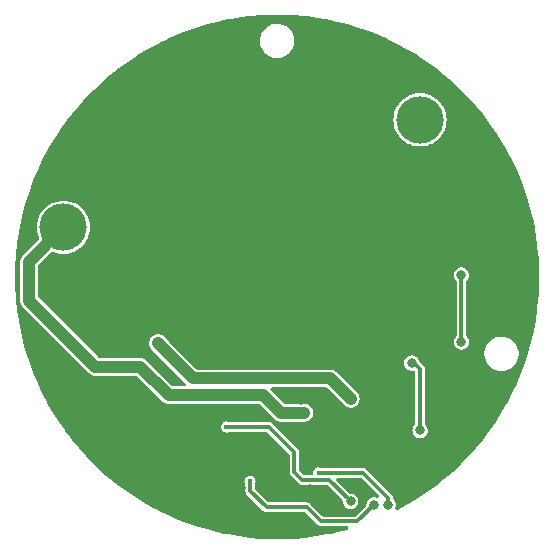
<source format=gbl>
%TF.GenerationSoftware,KiCad,Pcbnew,(6.0.9)*%
%TF.CreationDate,2023-02-03T11:06:12+01:00*%
%TF.ProjectId,Powerboard,506f7765-7262-46f6-9172-642e6b696361,rev?*%
%TF.SameCoordinates,Original*%
%TF.FileFunction,Copper,L4,Bot*%
%TF.FilePolarity,Positive*%
%FSLAX46Y46*%
G04 Gerber Fmt 4.6, Leading zero omitted, Abs format (unit mm)*
G04 Created by KiCad (PCBNEW (6.0.9)) date 2023-02-03 11:06:12*
%MOMM*%
%LPD*%
G01*
G04 APERTURE LIST*
%TA.AperFunction,ComponentPad*%
%ADD10C,4.000000*%
%TD*%
%TA.AperFunction,ComponentPad*%
%ADD11C,0.700000*%
%TD*%
%TA.AperFunction,SMDPad,CuDef*%
%ADD12R,3.500000X2.000000*%
%TD*%
%TA.AperFunction,ViaPad*%
%ADD13C,0.800000*%
%TD*%
%TA.AperFunction,ViaPad*%
%ADD14C,0.450000*%
%TD*%
%TA.AperFunction,Conductor*%
%ADD15C,1.000000*%
%TD*%
%TA.AperFunction,Conductor*%
%ADD16C,0.500000*%
%TD*%
%TA.AperFunction,Conductor*%
%ADD17C,0.300000*%
%TD*%
G04 APERTURE END LIST*
D10*
%TO.P,J2,1,N*%
%TO.N,GND*%
X157100000Y-86700000D03*
%TO.P,J2,2,P*%
%TO.N,/LED+*%
X162100000Y-86700000D03*
%TD*%
D11*
%TO.P,U1,17,EP*%
%TO.N,GND*%
X158600000Y-113950000D03*
X155600000Y-113950000D03*
X155600000Y-115450000D03*
X158600000Y-115450000D03*
D12*
X157100000Y-114700000D03*
D11*
X157100000Y-115450000D03*
X157100000Y-113950000D03*
%TD*%
D10*
%TO.P,J1,1,N*%
%TO.N,GND*%
X131900000Y-100800000D03*
%TO.P,J1,2,P*%
%TO.N,/IN*%
X131900000Y-95800000D03*
%TD*%
D13*
%TO.N,GND*%
X142500000Y-119000000D03*
X139500000Y-117000000D03*
X158250000Y-80250000D03*
D14*
X144900000Y-112800000D03*
D13*
X163000000Y-82750000D03*
X143250000Y-99750000D03*
X159500000Y-92000000D03*
X161900000Y-106200000D03*
X136000000Y-100000000D03*
X139250000Y-90750000D03*
X143250000Y-96750000D03*
X165100000Y-112800000D03*
X171000000Y-96500000D03*
X136750000Y-110000000D03*
X155500000Y-93000000D03*
X154750000Y-106500000D03*
X167250000Y-87500000D03*
X155500000Y-94000000D03*
X143250000Y-93500000D03*
X139500000Y-86250000D03*
X137250000Y-90750000D03*
X159500000Y-94000000D03*
X137250000Y-87750000D03*
X135250000Y-102500000D03*
X138250000Y-90750000D03*
X165000000Y-115500000D03*
X162500000Y-114750000D03*
X154500000Y-94000000D03*
X158500000Y-94000000D03*
X155500000Y-92000000D03*
X142600000Y-82300000D03*
X157500000Y-94000000D03*
X146900000Y-117900000D03*
X167000000Y-113000000D03*
X163250000Y-108750000D03*
X128500000Y-97000000D03*
X137000000Y-102500000D03*
X136250000Y-87750000D03*
X142500000Y-87500000D03*
X139750000Y-81500000D03*
X163175000Y-106025000D03*
X166500000Y-104200000D03*
X158500000Y-93000000D03*
X139500000Y-89750000D03*
X154500000Y-93000000D03*
X166900000Y-109800000D03*
X161500000Y-93000000D03*
X159500000Y-93000000D03*
X136250000Y-90750000D03*
X152750000Y-118000000D03*
X160500000Y-93000000D03*
X130000000Y-92000000D03*
X131000000Y-110500000D03*
X139250000Y-87750000D03*
X135250000Y-98250000D03*
X153200000Y-115800000D03*
X170250000Y-93250000D03*
X151300000Y-112900000D03*
X135000000Y-112250000D03*
X129500000Y-107000000D03*
X140000000Y-101500000D03*
X134500000Y-103750000D03*
X137750000Y-103750000D03*
X135750000Y-83750000D03*
X161500000Y-94000000D03*
X146700000Y-82500000D03*
X152000000Y-110400000D03*
X153100000Y-109950000D03*
X165500000Y-98750000D03*
X168750000Y-110250000D03*
X138000000Y-100000000D03*
X153000000Y-86250000D03*
X160500000Y-94000000D03*
X150700000Y-115900000D03*
X153500000Y-79000000D03*
X171250000Y-103500000D03*
X148200000Y-99700000D03*
X152750000Y-121250000D03*
X148250000Y-96750000D03*
X157500000Y-106500000D03*
X171500000Y-99750000D03*
X158499614Y-91994653D03*
X138750000Y-99250000D03*
X160500000Y-119000000D03*
X135250000Y-99250000D03*
X149250000Y-87500000D03*
X143250000Y-90000000D03*
X138700000Y-105600000D03*
X138250000Y-87750000D03*
X149250000Y-90000000D03*
X143250000Y-79750000D03*
X129000000Y-105000000D03*
X156513738Y-91994653D03*
X156500000Y-94000000D03*
X153000000Y-83000000D03*
X133000000Y-113000000D03*
X148250000Y-93500000D03*
X138500000Y-110500000D03*
X162800000Y-116200000D03*
X157500000Y-93000000D03*
X137000000Y-100000000D03*
X153500000Y-114250000D03*
X168600000Y-103100000D03*
X142600000Y-111700000D03*
X163200000Y-113000000D03*
X139500000Y-88750000D03*
X156500000Y-93000000D03*
%TO.N,/NDRV*%
X156224500Y-110314299D03*
X139900000Y-105500000D03*
%TO.N,/!DIMOUT*%
X165600000Y-105500000D03*
X165600000Y-99850000D03*
%TO.N,/ICTRL*%
X156219011Y-119015553D03*
D14*
X145700000Y-112700000D03*
D13*
%TO.N,/IN*%
X152300000Y-111500000D03*
%TO.N,/!FTL*%
X158200000Y-119300000D03*
D14*
X147700000Y-117300000D03*
D13*
%TO.N,/PWMDIM*%
X159400000Y-119300000D03*
D14*
X153500000Y-116600000D03*
D13*
%TO.N,/V-out*%
X161400000Y-107300000D03*
X162100000Y-113000000D03*
%TD*%
D15*
%TO.N,/IN*%
X129000000Y-98700000D02*
X131900000Y-95800000D01*
X129000000Y-102000000D02*
X129000000Y-98700000D01*
X138400000Y-107600000D02*
X134600000Y-107600000D01*
X140800000Y-110000000D02*
X138400000Y-107600000D01*
X148800000Y-110000000D02*
X140800000Y-110000000D01*
X134600000Y-107600000D02*
X129000000Y-102000000D01*
X150300000Y-111500000D02*
X148800000Y-110000000D01*
X152300000Y-111500000D02*
X150300000Y-111500000D01*
D16*
%TO.N,/NDRV*%
X139900000Y-105500000D02*
X139900000Y-105602082D01*
D15*
X142897918Y-108600000D02*
X154510201Y-108600000D01*
X154510201Y-108600000D02*
X156224500Y-110314299D01*
X139900000Y-105602082D02*
X142897918Y-108600000D01*
D17*
%TO.N,/!DIMOUT*%
X165600000Y-99850000D02*
X165600000Y-105500000D01*
%TO.N,/ICTRL*%
X152100000Y-117200000D02*
X154403458Y-117200000D01*
X154403458Y-117200000D02*
X156219011Y-119015553D01*
X151450000Y-116550000D02*
X152100000Y-117200000D01*
X151450000Y-114850000D02*
X151450000Y-116550000D01*
X145700000Y-112700000D02*
X149300000Y-112700000D01*
X149300000Y-112700000D02*
X151450000Y-114850000D01*
%TO.N,/!FTL*%
X153700000Y-120700000D02*
X152500000Y-119500000D01*
X156800000Y-120700000D02*
X153700000Y-120700000D01*
X149100000Y-119500000D02*
X147700000Y-118100000D01*
X152500000Y-119500000D02*
X149100000Y-119500000D01*
X147700000Y-118100000D02*
X147700000Y-117300000D01*
X158200000Y-119300000D02*
X156800000Y-120700000D01*
%TO.N,/PWMDIM*%
X153500000Y-116600000D02*
X157300000Y-116600000D01*
X159400000Y-118700000D02*
X159400000Y-119300000D01*
X157300000Y-116600000D02*
X159400000Y-118700000D01*
%TO.N,/V-out*%
X162100000Y-107800000D02*
X161700000Y-107400000D01*
X161700000Y-107400000D02*
X161600000Y-107300000D01*
X162100000Y-113000000D02*
X162100000Y-107800000D01*
X161600000Y-107300000D02*
X161400000Y-107300000D01*
%TD*%
%TA.AperFunction,Conductor*%
%TO.N,GND*%
G36*
X150468036Y-77805500D02*
G01*
X151390821Y-77844176D01*
X151397012Y-77844566D01*
X152317365Y-77921849D01*
X152323563Y-77922500D01*
X153239891Y-78038260D01*
X153246051Y-78039170D01*
X154156698Y-78193194D01*
X154162794Y-78194357D01*
X154525622Y-78271478D01*
X155066219Y-78386386D01*
X155072295Y-78387811D01*
X155966856Y-78617495D01*
X155972866Y-78619173D01*
X155982823Y-78622179D01*
X156857048Y-78886123D01*
X156862983Y-78888052D01*
X157205622Y-79007371D01*
X157735174Y-79191780D01*
X157741005Y-79193948D01*
X158599787Y-79533965D01*
X158605494Y-79536364D01*
X159174457Y-79789683D01*
X159449230Y-79912020D01*
X159454877Y-79914677D01*
X160130091Y-80249856D01*
X160282144Y-80325336D01*
X160287673Y-80328226D01*
X161091556Y-80770164D01*
X161097022Y-80773169D01*
X161102418Y-80776285D01*
X161892435Y-81254736D01*
X161897676Y-81258062D01*
X162666961Y-81769174D01*
X162672066Y-81772722D01*
X163419285Y-82315609D01*
X163424256Y-82319382D01*
X164148043Y-82893048D01*
X164152852Y-82897026D01*
X164852001Y-83500516D01*
X164856639Y-83504692D01*
X165529906Y-84136932D01*
X165534364Y-84141298D01*
X166180553Y-84801165D01*
X166184808Y-84805694D01*
X166454522Y-85105242D01*
X166802818Y-85492063D01*
X166806895Y-85496788D01*
X167395619Y-86208433D01*
X167399496Y-86213324D01*
X167957890Y-86948980D01*
X167961554Y-86954023D01*
X168387901Y-87567456D01*
X168488649Y-87712414D01*
X168492098Y-87717605D01*
X168987001Y-88497446D01*
X168990202Y-88502732D01*
X169285017Y-89013366D01*
X169452016Y-89302617D01*
X169455018Y-89308078D01*
X169882906Y-90126553D01*
X169885681Y-90132143D01*
X170278916Y-90967811D01*
X170281455Y-90973512D01*
X170639368Y-91824953D01*
X170641665Y-91830756D01*
X170963596Y-92696403D01*
X170965648Y-92702296D01*
X171251049Y-93580670D01*
X171252853Y-93586645D01*
X171501223Y-94476205D01*
X171502775Y-94482250D01*
X171713672Y-95381413D01*
X171714970Y-95387517D01*
X171792727Y-95795133D01*
X171869341Y-96196755D01*
X171888034Y-96294748D01*
X171889071Y-96300881D01*
X171941873Y-96658451D01*
X172023994Y-97214580D01*
X172024776Y-97220771D01*
X172121317Y-98139295D01*
X172121839Y-98145514D01*
X172126781Y-98224059D01*
X172178431Y-99045005D01*
X172179832Y-99067274D01*
X172180092Y-99073488D01*
X172199435Y-99996880D01*
X172199435Y-100003103D01*
X172190473Y-100430981D01*
X172180093Y-100926490D01*
X172179833Y-100932703D01*
X172143975Y-101502652D01*
X172121839Y-101854486D01*
X172121317Y-101860705D01*
X172024776Y-102779229D01*
X172023994Y-102785420D01*
X171889075Y-103699098D01*
X171888037Y-103705232D01*
X171796073Y-104187329D01*
X171714970Y-104612483D01*
X171713672Y-104618587D01*
X171502775Y-105517750D01*
X171501223Y-105523795D01*
X171252853Y-106413355D01*
X171251049Y-106419330D01*
X170965648Y-107297704D01*
X170963596Y-107303597D01*
X170641665Y-108169244D01*
X170639368Y-108175047D01*
X170281455Y-109026488D01*
X170278916Y-109032189D01*
X169885681Y-109867857D01*
X169882907Y-109873444D01*
X169513285Y-110580468D01*
X169455022Y-110691914D01*
X169452020Y-110697375D01*
X168990202Y-111497268D01*
X168987001Y-111502554D01*
X168496454Y-112275532D01*
X168492103Y-112282388D01*
X168488653Y-112287580D01*
X167992070Y-113002070D01*
X167961558Y-113045971D01*
X167957894Y-113051014D01*
X167751461Y-113322980D01*
X167399496Y-113786676D01*
X167395619Y-113791567D01*
X166806895Y-114503212D01*
X166802826Y-114507928D01*
X166184808Y-115194306D01*
X166180553Y-115198835D01*
X165534364Y-115858702D01*
X165529906Y-115863068D01*
X164856639Y-116495308D01*
X164852001Y-116499484D01*
X164472603Y-116826972D01*
X164219017Y-117045862D01*
X164152852Y-117102974D01*
X164148053Y-117106943D01*
X163424256Y-117680618D01*
X163419285Y-117684391D01*
X162672066Y-118227278D01*
X162666961Y-118230826D01*
X161897676Y-118741938D01*
X161892435Y-118745264D01*
X161102427Y-119223710D01*
X161097032Y-119226825D01*
X160346984Y-119639167D01*
X160287674Y-119671773D01*
X160282143Y-119674664D01*
X160218255Y-119706378D01*
X160142649Y-119721623D01*
X160069549Y-119697022D01*
X160018544Y-119639167D01*
X160003299Y-119563561D01*
X160013757Y-119517342D01*
X160029601Y-119477930D01*
X160029602Y-119477927D01*
X160032950Y-119469598D01*
X160055134Y-119313723D01*
X160055278Y-119300000D01*
X160036363Y-119143694D01*
X160000115Y-119047766D01*
X159983885Y-119004813D01*
X159983883Y-119004809D01*
X159980710Y-118996412D01*
X159939356Y-118936242D01*
X159896621Y-118874062D01*
X159896618Y-118874059D01*
X159891531Y-118866657D01*
X159884823Y-118860681D01*
X159884821Y-118860678D01*
X159850381Y-118829993D01*
X159808036Y-118765529D01*
X159800500Y-118718744D01*
X159800500Y-118668481D01*
X159800499Y-118668475D01*
X159800499Y-118636567D01*
X159794260Y-118617364D01*
X159788806Y-118594648D01*
X159785646Y-118574696D01*
X159780323Y-118564249D01*
X159780322Y-118564246D01*
X159776480Y-118556706D01*
X159767534Y-118535108D01*
X159764921Y-118527066D01*
X159764920Y-118527064D01*
X159761296Y-118515910D01*
X159749433Y-118499582D01*
X159737216Y-118479647D01*
X159733372Y-118472103D01*
X159728050Y-118461658D01*
X159638342Y-118371950D01*
X157560909Y-116294516D01*
X157560905Y-116294513D01*
X157538342Y-116271950D01*
X157527895Y-116266627D01*
X157527892Y-116266625D01*
X157520356Y-116262785D01*
X157500423Y-116250570D01*
X157493579Y-116245597D01*
X157493573Y-116245594D01*
X157484090Y-116238704D01*
X157472941Y-116235081D01*
X157472938Y-116235080D01*
X157467316Y-116233254D01*
X157464895Y-116232467D01*
X157443289Y-116223518D01*
X157435755Y-116219679D01*
X157435754Y-116219679D01*
X157425304Y-116214354D01*
X157413720Y-116212519D01*
X157413719Y-116212519D01*
X157405370Y-116211197D01*
X157382636Y-116205740D01*
X157363433Y-116199500D01*
X153800470Y-116199500D01*
X153719428Y-116175532D01*
X153701501Y-116163913D01*
X153657689Y-116150810D01*
X153581179Y-116127929D01*
X153581177Y-116127929D01*
X153571006Y-116124887D01*
X153560388Y-116124822D01*
X153560387Y-116124822D01*
X153504194Y-116124479D01*
X153434804Y-116124055D01*
X153424599Y-116126972D01*
X153424596Y-116126972D01*
X153314051Y-116158566D01*
X153314049Y-116158567D01*
X153303842Y-116161484D01*
X153294864Y-116167149D01*
X153294861Y-116167150D01*
X153237850Y-116203122D01*
X153188650Y-116234165D01*
X153098487Y-116336255D01*
X153040601Y-116459548D01*
X153019646Y-116594131D01*
X153024491Y-116631180D01*
X153014357Y-116707639D01*
X152967352Y-116768788D01*
X152896069Y-116798242D01*
X152876749Y-116799500D01*
X152327611Y-116799500D01*
X152253111Y-116779538D01*
X152222252Y-116755859D01*
X151894141Y-116427748D01*
X151855577Y-116360953D01*
X151850500Y-116322389D01*
X151850500Y-114786567D01*
X151844260Y-114767364D01*
X151838803Y-114744630D01*
X151837481Y-114736281D01*
X151837481Y-114736280D01*
X151835646Y-114724696D01*
X151826482Y-114706710D01*
X151817532Y-114685103D01*
X151814921Y-114677065D01*
X151814920Y-114677062D01*
X151811296Y-114665910D01*
X151799433Y-114649582D01*
X151787216Y-114629647D01*
X151783372Y-114622103D01*
X151778050Y-114611658D01*
X151688342Y-114521950D01*
X149560909Y-112394516D01*
X149560905Y-112394513D01*
X149538342Y-112371950D01*
X149527895Y-112366627D01*
X149527892Y-112366625D01*
X149520356Y-112362785D01*
X149500423Y-112350570D01*
X149493579Y-112345597D01*
X149493573Y-112345594D01*
X149484090Y-112338704D01*
X149472941Y-112335081D01*
X149472938Y-112335080D01*
X149467316Y-112333254D01*
X149464895Y-112332467D01*
X149443289Y-112323518D01*
X149435755Y-112319679D01*
X149435754Y-112319679D01*
X149425304Y-112314354D01*
X149413720Y-112312519D01*
X149413719Y-112312519D01*
X149405370Y-112311197D01*
X149382636Y-112305740D01*
X149363433Y-112299500D01*
X146000470Y-112299500D01*
X145919428Y-112275532D01*
X145901501Y-112263913D01*
X145849087Y-112248238D01*
X145781179Y-112227929D01*
X145781177Y-112227929D01*
X145771006Y-112224887D01*
X145760388Y-112224822D01*
X145760387Y-112224822D01*
X145704194Y-112224479D01*
X145634804Y-112224055D01*
X145624599Y-112226972D01*
X145624596Y-112226972D01*
X145514051Y-112258566D01*
X145514049Y-112258567D01*
X145503842Y-112261484D01*
X145494864Y-112267149D01*
X145494861Y-112267150D01*
X145437850Y-112303122D01*
X145388650Y-112334165D01*
X145298487Y-112436255D01*
X145240601Y-112559548D01*
X145238968Y-112570036D01*
X145231131Y-112620372D01*
X145219646Y-112694131D01*
X145237306Y-112829186D01*
X145292162Y-112953856D01*
X145379804Y-113058119D01*
X145493187Y-113133593D01*
X145623195Y-113174210D01*
X145633808Y-113174405D01*
X145633811Y-113174405D01*
X145748765Y-113176512D01*
X145748769Y-113176512D01*
X145759377Y-113176706D01*
X145890786Y-113140880D01*
X145920682Y-113122524D01*
X145998645Y-113100500D01*
X149072389Y-113100500D01*
X149146889Y-113120462D01*
X149177748Y-113144141D01*
X151005859Y-114972251D01*
X151044423Y-115039046D01*
X151049500Y-115077610D01*
X151049500Y-116613433D01*
X151055740Y-116632636D01*
X151061197Y-116655369D01*
X151064354Y-116675304D01*
X151069679Y-116685754D01*
X151069679Y-116685755D01*
X151073518Y-116693289D01*
X151082467Y-116714895D01*
X151088704Y-116734090D01*
X151095594Y-116743573D01*
X151095597Y-116743579D01*
X151100570Y-116750423D01*
X151112785Y-116770356D01*
X151116625Y-116777892D01*
X151116627Y-116777895D01*
X151121950Y-116788342D01*
X151144513Y-116810905D01*
X151144516Y-116810909D01*
X151839091Y-117505484D01*
X151839095Y-117505487D01*
X151861658Y-117528050D01*
X151876070Y-117535393D01*
X151879649Y-117537217D01*
X151899584Y-117549433D01*
X151915911Y-117561296D01*
X151935115Y-117567536D01*
X151956708Y-117576481D01*
X151974696Y-117585646D01*
X151986280Y-117587481D01*
X151986281Y-117587481D01*
X151994630Y-117588803D01*
X152017364Y-117594260D01*
X152036567Y-117600500D01*
X154175847Y-117600500D01*
X154250347Y-117620462D01*
X154281206Y-117644141D01*
X155521398Y-118884333D01*
X155559962Y-118951128D01*
X155565031Y-118991252D01*
X155564942Y-118999783D01*
X155563769Y-119008691D01*
X155564755Y-119017622D01*
X155579658Y-119152612D01*
X155581046Y-119165186D01*
X155635154Y-119313043D01*
X155640165Y-119320500D01*
X155713696Y-119429925D01*
X155722969Y-119443725D01*
X155729611Y-119449768D01*
X155729612Y-119449770D01*
X155751403Y-119469598D01*
X155839421Y-119549688D01*
X155977787Y-119624815D01*
X156032494Y-119639167D01*
X156121395Y-119662490D01*
X156121399Y-119662490D01*
X156130080Y-119664768D01*
X156287506Y-119667241D01*
X156410084Y-119639167D01*
X156432221Y-119634097D01*
X156432222Y-119634097D01*
X156440979Y-119632091D01*
X156449006Y-119628054D01*
X156573610Y-119565385D01*
X156573612Y-119565384D01*
X156581636Y-119561348D01*
X156701359Y-119459095D01*
X156708060Y-119449770D01*
X156787992Y-119338533D01*
X156787993Y-119338530D01*
X156793235Y-119331236D01*
X156798336Y-119318548D01*
X156848612Y-119193483D01*
X156848613Y-119193480D01*
X156851961Y-119185151D01*
X156874145Y-119029276D01*
X156874289Y-119015553D01*
X156855374Y-118859247D01*
X156811697Y-118743658D01*
X156802896Y-118720366D01*
X156802894Y-118720362D01*
X156799721Y-118711965D01*
X156710542Y-118582210D01*
X156592987Y-118477472D01*
X156453842Y-118403798D01*
X156445130Y-118401610D01*
X156445128Y-118401609D01*
X156309851Y-118367630D01*
X156309849Y-118367630D01*
X156301139Y-118365442D01*
X156282506Y-118365344D01*
X156195681Y-118364890D01*
X156121287Y-118344538D01*
X156091102Y-118321251D01*
X155024710Y-117254859D01*
X154986146Y-117188064D01*
X154986146Y-117110936D01*
X155024710Y-117044141D01*
X155091505Y-117005577D01*
X155130069Y-117000500D01*
X157072389Y-117000500D01*
X157146889Y-117020462D01*
X157177748Y-117044141D01*
X158044561Y-117910953D01*
X158570472Y-118436864D01*
X158609036Y-118503659D01*
X158609036Y-118580787D01*
X158570472Y-118647582D01*
X158503677Y-118686146D01*
X158428815Y-118686734D01*
X158425177Y-118685820D01*
X158392513Y-118677616D01*
X158290840Y-118652077D01*
X158290838Y-118652077D01*
X158282128Y-118649889D01*
X158124684Y-118649065D01*
X158115955Y-118651161D01*
X158115952Y-118651161D01*
X158044207Y-118668386D01*
X157971588Y-118685820D01*
X157831679Y-118758032D01*
X157713034Y-118861533D01*
X157622501Y-118990348D01*
X157565309Y-119137039D01*
X157564136Y-119145945D01*
X157564136Y-119145947D01*
X157563259Y-119152612D01*
X157544758Y-119293138D01*
X157546423Y-119308215D01*
X157534758Y-119384453D01*
X157503682Y-119429925D01*
X156677748Y-120255859D01*
X156610953Y-120294423D01*
X156572389Y-120299500D01*
X153927610Y-120299500D01*
X153853110Y-120279538D01*
X153822251Y-120255859D01*
X153309935Y-119743542D01*
X152760909Y-119194516D01*
X152760905Y-119194513D01*
X152738342Y-119171950D01*
X152727895Y-119166627D01*
X152727892Y-119166625D01*
X152720356Y-119162785D01*
X152700423Y-119150570D01*
X152693579Y-119145597D01*
X152693573Y-119145594D01*
X152684090Y-119138704D01*
X152672941Y-119135081D01*
X152672938Y-119135080D01*
X152667316Y-119133254D01*
X152664895Y-119132467D01*
X152643289Y-119123518D01*
X152635755Y-119119679D01*
X152635754Y-119119679D01*
X152625304Y-119114354D01*
X152613720Y-119112519D01*
X152613719Y-119112519D01*
X152605370Y-119111197D01*
X152582636Y-119105740D01*
X152563433Y-119099500D01*
X149327611Y-119099500D01*
X149253111Y-119079538D01*
X149222252Y-119055859D01*
X148144141Y-117977748D01*
X148105577Y-117910953D01*
X148100500Y-117872389D01*
X148100500Y-117598204D01*
X148115409Y-117533238D01*
X148153021Y-117455606D01*
X148157649Y-117446054D01*
X148180247Y-117311737D01*
X148180390Y-117300000D01*
X148179550Y-117294131D01*
X148162586Y-117175679D01*
X148162586Y-117175678D01*
X148161081Y-117165171D01*
X148132802Y-117102974D01*
X148109100Y-117050843D01*
X148109098Y-117050840D01*
X148104706Y-117041180D01*
X148015796Y-116937996D01*
X147901501Y-116863913D01*
X147823758Y-116840663D01*
X147781179Y-116827929D01*
X147781177Y-116827929D01*
X147771006Y-116824887D01*
X147760388Y-116824822D01*
X147760387Y-116824822D01*
X147704194Y-116824479D01*
X147634804Y-116824055D01*
X147624599Y-116826972D01*
X147624596Y-116826972D01*
X147514051Y-116858566D01*
X147514049Y-116858567D01*
X147503842Y-116861484D01*
X147494864Y-116867149D01*
X147494861Y-116867150D01*
X147425130Y-116911148D01*
X147388650Y-116934165D01*
X147298487Y-117036255D01*
X147240601Y-117159548D01*
X147219646Y-117294131D01*
X147237306Y-117429186D01*
X147270878Y-117505484D01*
X147286881Y-117541854D01*
X147299500Y-117601863D01*
X147299500Y-118163433D01*
X147305740Y-118182636D01*
X147311197Y-118205369D01*
X147314354Y-118225304D01*
X147319679Y-118235754D01*
X147319679Y-118235755D01*
X147323518Y-118243289D01*
X147332467Y-118264895D01*
X147338704Y-118284090D01*
X147345594Y-118293573D01*
X147345597Y-118293579D01*
X147350570Y-118300423D01*
X147362785Y-118320356D01*
X147366625Y-118327892D01*
X147366627Y-118327895D01*
X147371950Y-118338342D01*
X147394513Y-118360905D01*
X147394516Y-118360909D01*
X148839091Y-119805484D01*
X148839095Y-119805487D01*
X148861658Y-119828050D01*
X148872105Y-119833373D01*
X148872108Y-119833375D01*
X148879644Y-119837215D01*
X148899577Y-119849430D01*
X148906421Y-119854403D01*
X148906427Y-119854406D01*
X148915910Y-119861296D01*
X148927059Y-119864919D01*
X148927062Y-119864920D01*
X148932684Y-119866746D01*
X148935105Y-119867533D01*
X148956710Y-119876482D01*
X148974696Y-119885646D01*
X148986280Y-119887481D01*
X148986281Y-119887481D01*
X148994630Y-119888803D01*
X149017364Y-119894260D01*
X149036567Y-119900500D01*
X152272389Y-119900500D01*
X152346889Y-119920462D01*
X152377748Y-119944141D01*
X153371950Y-120938342D01*
X153461658Y-121028050D01*
X153472103Y-121033372D01*
X153479647Y-121037216D01*
X153499583Y-121049433D01*
X153515910Y-121061296D01*
X153527064Y-121064920D01*
X153527066Y-121064921D01*
X153535108Y-121067534D01*
X153556706Y-121076480D01*
X153564246Y-121080322D01*
X153564249Y-121080323D01*
X153574696Y-121085646D01*
X153594648Y-121088806D01*
X153617364Y-121094260D01*
X153636567Y-121100499D01*
X153668477Y-121100499D01*
X153668481Y-121100500D01*
X155885736Y-121100500D01*
X155960236Y-121120462D01*
X156014774Y-121175000D01*
X156034736Y-121249500D01*
X156014774Y-121324000D01*
X155960236Y-121378538D01*
X155922791Y-121393819D01*
X155072295Y-121612189D01*
X155066219Y-121613614D01*
X154525622Y-121728522D01*
X154162794Y-121805643D01*
X154156698Y-121806806D01*
X153246051Y-121960830D01*
X153239891Y-121961740D01*
X152323563Y-122077500D01*
X152317365Y-122078151D01*
X151397012Y-122155434D01*
X151390821Y-122155824D01*
X150468037Y-122194500D01*
X150461798Y-122194631D01*
X149538202Y-122194631D01*
X149531963Y-122194500D01*
X148609179Y-122155824D01*
X148602988Y-122155434D01*
X147682635Y-122078151D01*
X147676437Y-122077500D01*
X146760109Y-121961740D01*
X146753949Y-121960830D01*
X145843302Y-121806806D01*
X145837206Y-121805643D01*
X145474378Y-121728522D01*
X144933781Y-121613614D01*
X144927705Y-121612189D01*
X144033144Y-121382505D01*
X144027133Y-121380827D01*
X144019552Y-121378538D01*
X143345401Y-121175000D01*
X143142952Y-121113877D01*
X143137017Y-121111948D01*
X142398529Y-120854780D01*
X142264826Y-120808220D01*
X142258995Y-120806052D01*
X141400213Y-120466035D01*
X141394506Y-120463636D01*
X140550771Y-120087980D01*
X140545123Y-120085323D01*
X140195042Y-119911541D01*
X139717854Y-119674663D01*
X139712326Y-119671773D01*
X139653016Y-119639167D01*
X138902968Y-119226825D01*
X138897573Y-119223710D01*
X138107565Y-118745264D01*
X138102324Y-118741938D01*
X137333039Y-118230826D01*
X137327934Y-118227278D01*
X136580715Y-117684391D01*
X136575744Y-117680618D01*
X135851947Y-117106943D01*
X135847148Y-117102974D01*
X135780984Y-117045862D01*
X135527397Y-116826972D01*
X135147999Y-116499484D01*
X135143361Y-116495308D01*
X134470094Y-115863068D01*
X134465636Y-115858702D01*
X133819447Y-115198835D01*
X133815192Y-115194306D01*
X133197174Y-114507928D01*
X133193105Y-114503212D01*
X132604381Y-113791567D01*
X132600504Y-113786676D01*
X132248539Y-113322980D01*
X132042106Y-113051014D01*
X132038442Y-113045971D01*
X132007930Y-113002070D01*
X131511347Y-112287580D01*
X131507897Y-112282388D01*
X131503546Y-112275532D01*
X131012999Y-111502554D01*
X131009798Y-111497268D01*
X130547980Y-110697375D01*
X130544978Y-110691914D01*
X130486716Y-110580468D01*
X130117093Y-109873444D01*
X130114319Y-109867857D01*
X129721084Y-109032189D01*
X129718545Y-109026488D01*
X129360632Y-108175047D01*
X129358335Y-108169244D01*
X129036404Y-107303597D01*
X129034352Y-107297704D01*
X128748951Y-106419330D01*
X128747147Y-106413355D01*
X128498777Y-105523795D01*
X128497225Y-105517750D01*
X128286328Y-104618587D01*
X128285030Y-104612483D01*
X128203927Y-104187329D01*
X128111963Y-103705232D01*
X128110925Y-103699098D01*
X127976006Y-102785420D01*
X127975224Y-102779229D01*
X127890552Y-101973630D01*
X128244852Y-101973630D01*
X128245553Y-101982251D01*
X128245553Y-101982255D01*
X128249010Y-102024752D01*
X128249500Y-102036831D01*
X128249500Y-102043822D01*
X128249999Y-102048100D01*
X128250000Y-102048121D01*
X128252707Y-102071337D01*
X128253220Y-102076512D01*
X128259039Y-102148059D01*
X128261707Y-102156294D01*
X128262605Y-102160789D01*
X128263654Y-102165229D01*
X128264657Y-102173828D01*
X128267608Y-102181959D01*
X128267610Y-102181966D01*
X128289157Y-102241326D01*
X128290845Y-102246244D01*
X128310302Y-102306303D01*
X128310304Y-102306308D01*
X128312973Y-102314546D01*
X128317468Y-102321953D01*
X128319376Y-102326120D01*
X128321415Y-102330192D01*
X128324369Y-102338331D01*
X128363746Y-102398391D01*
X128366500Y-102402757D01*
X128403761Y-102464160D01*
X128408148Y-102469126D01*
X128408151Y-102469131D01*
X128409562Y-102470728D01*
X128411085Y-102472452D01*
X128411449Y-102472816D01*
X128415640Y-102477542D01*
X128420323Y-102484685D01*
X128426604Y-102490635D01*
X128475705Y-102537149D01*
X128478593Y-102539960D01*
X134021099Y-108082467D01*
X134035745Y-108099509D01*
X134047383Y-108115324D01*
X134053978Y-108120927D01*
X134053979Y-108120928D01*
X134086463Y-108148525D01*
X134095351Y-108156719D01*
X134100303Y-108161671D01*
X134109875Y-108169244D01*
X134122038Y-108178867D01*
X134126057Y-108182163D01*
X134174156Y-108223026D01*
X134180755Y-108228632D01*
X134188467Y-108232570D01*
X134192292Y-108235121D01*
X134196161Y-108237510D01*
X134202949Y-108242881D01*
X134210788Y-108246545D01*
X134210790Y-108246546D01*
X134268004Y-108273286D01*
X134272676Y-108275570D01*
X134322462Y-108300992D01*
X134336616Y-108308219D01*
X134345025Y-108310276D01*
X134349304Y-108311868D01*
X134353654Y-108313315D01*
X134361493Y-108316979D01*
X134431812Y-108331606D01*
X134436839Y-108332743D01*
X134506606Y-108349815D01*
X134513224Y-108350226D01*
X134513227Y-108350226D01*
X134514015Y-108350275D01*
X134517648Y-108350500D01*
X134518180Y-108350500D01*
X134524466Y-108350878D01*
X134532831Y-108352618D01*
X134541484Y-108352384D01*
X134541486Y-108352384D01*
X134609068Y-108350555D01*
X134613099Y-108350500D01*
X138027415Y-108350500D01*
X138101915Y-108370462D01*
X138132774Y-108394141D01*
X140221096Y-110482463D01*
X140235743Y-110499507D01*
X140247383Y-110515324D01*
X140253978Y-110520927D01*
X140253979Y-110520928D01*
X140286470Y-110548531D01*
X140295358Y-110556725D01*
X140300304Y-110561671D01*
X140322040Y-110578868D01*
X140326032Y-110582141D01*
X140380755Y-110628632D01*
X140388462Y-110632567D01*
X140392255Y-110635097D01*
X140396157Y-110637507D01*
X140402949Y-110642881D01*
X140468002Y-110673285D01*
X140472672Y-110675568D01*
X140536616Y-110708219D01*
X140545024Y-110710276D01*
X140549336Y-110711880D01*
X140553656Y-110713317D01*
X140561493Y-110716980D01*
X140569964Y-110718742D01*
X140569967Y-110718743D01*
X140631818Y-110731608D01*
X140636889Y-110732756D01*
X140700159Y-110748238D01*
X140700165Y-110748239D01*
X140706606Y-110749815D01*
X140713227Y-110750226D01*
X140713229Y-110750226D01*
X140713720Y-110750256D01*
X140717648Y-110750500D01*
X140718175Y-110750500D01*
X140724462Y-110750877D01*
X140732831Y-110752618D01*
X140741485Y-110752384D01*
X140741487Y-110752384D01*
X140809083Y-110750555D01*
X140813113Y-110750500D01*
X148427415Y-110750500D01*
X148501915Y-110770462D01*
X148532774Y-110794141D01*
X149721096Y-111982463D01*
X149735743Y-111999507D01*
X149747383Y-112015324D01*
X149753978Y-112020927D01*
X149753979Y-112020928D01*
X149786470Y-112048531D01*
X149795358Y-112056725D01*
X149800303Y-112061670D01*
X149822042Y-112078869D01*
X149826031Y-112082140D01*
X149880755Y-112128632D01*
X149888461Y-112132566D01*
X149892255Y-112135097D01*
X149896157Y-112137507D01*
X149902949Y-112142881D01*
X149910793Y-112146547D01*
X149968004Y-112173286D01*
X149972676Y-112175570D01*
X149978577Y-112178583D01*
X150036616Y-112208219D01*
X150045025Y-112210276D01*
X150049304Y-112211868D01*
X150053654Y-112213315D01*
X150061493Y-112216979D01*
X150069961Y-112218740D01*
X150069963Y-112218741D01*
X150131794Y-112231602D01*
X150136864Y-112232750D01*
X150200159Y-112248238D01*
X150200165Y-112248239D01*
X150206606Y-112249815D01*
X150213227Y-112250226D01*
X150213229Y-112250226D01*
X150215355Y-112250358D01*
X150215363Y-112250358D01*
X150217648Y-112250500D01*
X150218179Y-112250500D01*
X150224469Y-112250878D01*
X150232830Y-112252617D01*
X150241481Y-112252383D01*
X150241482Y-112252383D01*
X150309045Y-112250555D01*
X150313075Y-112250500D01*
X152343822Y-112250500D01*
X152348099Y-112250001D01*
X152348105Y-112250001D01*
X152401046Y-112243828D01*
X152473828Y-112235343D01*
X152638331Y-112175631D01*
X152784685Y-112079677D01*
X152810478Y-112052450D01*
X152899086Y-111958913D01*
X152905040Y-111952628D01*
X152992939Y-111801298D01*
X153043667Y-111633807D01*
X153054503Y-111459138D01*
X153024866Y-111286660D01*
X152956346Y-111125627D01*
X152912968Y-111066683D01*
X152857747Y-110991646D01*
X152857744Y-110991643D01*
X152852617Y-110984676D01*
X152719245Y-110871368D01*
X152563384Y-110791781D01*
X152393394Y-110750185D01*
X152386776Y-110749774D01*
X152386773Y-110749774D01*
X152384644Y-110749642D01*
X152384638Y-110749642D01*
X152382352Y-110749500D01*
X150672585Y-110749500D01*
X150598085Y-110729538D01*
X150567226Y-110705859D01*
X149466226Y-109604859D01*
X149427662Y-109538064D01*
X149427662Y-109460936D01*
X149466226Y-109394141D01*
X149533021Y-109355577D01*
X149571585Y-109350500D01*
X154137616Y-109350500D01*
X154212116Y-109370462D01*
X154242975Y-109394141D01*
X155724803Y-110875970D01*
X155827449Y-110957180D01*
X155886281Y-110984676D01*
X155978148Y-111027612D01*
X155978152Y-111027613D01*
X155985993Y-111031278D01*
X156157331Y-111066917D01*
X156165983Y-111066683D01*
X156165984Y-111066683D01*
X156214900Y-111065359D01*
X156332272Y-111062183D01*
X156340643Y-111059963D01*
X156340646Y-111059963D01*
X156493061Y-111019551D01*
X156493065Y-111019550D01*
X156501432Y-111017331D01*
X156606995Y-110960847D01*
X156648104Y-110938851D01*
X156648106Y-110938850D01*
X156655736Y-110934767D01*
X156786908Y-110818919D01*
X156804420Y-110794141D01*
X156882912Y-110683078D01*
X156882913Y-110683077D01*
X156887912Y-110676003D01*
X156925736Y-110582149D01*
X156950092Y-110521715D01*
X156950093Y-110521711D01*
X156953328Y-110513684D01*
X156979648Y-110340669D01*
X156978947Y-110332048D01*
X156978947Y-110332044D01*
X156966163Y-110174868D01*
X156966163Y-110174866D01*
X156965461Y-110166240D01*
X156911527Y-109999753D01*
X156820739Y-109850139D01*
X156816352Y-109845173D01*
X156816349Y-109845168D01*
X156814928Y-109843560D01*
X156813415Y-109841847D01*
X155089105Y-108117537D01*
X155074458Y-108100493D01*
X155067947Y-108091646D01*
X155062818Y-108084676D01*
X155023731Y-108051469D01*
X155014843Y-108043275D01*
X155009898Y-108038330D01*
X154988159Y-108021131D01*
X154984157Y-108017849D01*
X154936041Y-107976971D01*
X154936042Y-107976971D01*
X154929446Y-107971368D01*
X154921740Y-107967434D01*
X154917946Y-107964903D01*
X154914044Y-107962493D01*
X154907252Y-107957119D01*
X154885466Y-107946937D01*
X154842197Y-107926714D01*
X154837525Y-107924430D01*
X154781299Y-107895720D01*
X154773585Y-107891781D01*
X154765176Y-107889724D01*
X154760897Y-107888132D01*
X154756547Y-107886685D01*
X154748708Y-107883021D01*
X154678389Y-107868394D01*
X154673362Y-107867257D01*
X154603595Y-107850185D01*
X154596977Y-107849774D01*
X154596974Y-107849774D01*
X154596186Y-107849725D01*
X154592553Y-107849500D01*
X154592021Y-107849500D01*
X154585735Y-107849122D01*
X154577370Y-107847382D01*
X154568717Y-107847616D01*
X154568715Y-107847616D01*
X154501133Y-107849445D01*
X154497102Y-107849500D01*
X143270503Y-107849500D01*
X143196003Y-107829538D01*
X143165144Y-107805859D01*
X142652423Y-107293138D01*
X160744758Y-107293138D01*
X160762035Y-107449633D01*
X160816143Y-107597490D01*
X160821154Y-107604947D01*
X160896699Y-107717369D01*
X160903958Y-107728172D01*
X161020410Y-107834135D01*
X161028300Y-107838419D01*
X161107201Y-107881259D01*
X161158776Y-107909262D01*
X161186511Y-107916538D01*
X161302384Y-107946937D01*
X161302388Y-107946937D01*
X161311069Y-107949215D01*
X161468495Y-107951688D01*
X161517239Y-107940524D01*
X161594313Y-107943351D01*
X161659649Y-107984337D01*
X161695740Y-108052500D01*
X161699500Y-108085764D01*
X161699500Y-112418358D01*
X161679538Y-112492858D01*
X161648450Y-112530638D01*
X161613034Y-112561533D01*
X161522501Y-112690348D01*
X161465309Y-112837039D01*
X161444758Y-112993138D01*
X161445744Y-113002069D01*
X161445744Y-113002070D01*
X161460614Y-113136758D01*
X161462035Y-113149633D01*
X161516143Y-113297490D01*
X161603958Y-113428172D01*
X161610600Y-113434215D01*
X161610601Y-113434217D01*
X161669939Y-113488210D01*
X161720410Y-113534135D01*
X161858776Y-113609262D01*
X161913940Y-113623734D01*
X162002384Y-113646937D01*
X162002388Y-113646937D01*
X162011069Y-113649215D01*
X162168495Y-113651688D01*
X162219031Y-113640114D01*
X162313210Y-113618544D01*
X162313211Y-113618544D01*
X162321968Y-113616538D01*
X162329995Y-113612501D01*
X162454599Y-113549832D01*
X162454601Y-113549831D01*
X162462625Y-113545795D01*
X162582348Y-113443542D01*
X162589049Y-113434217D01*
X162668981Y-113322980D01*
X162668982Y-113322977D01*
X162674224Y-113315683D01*
X162732950Y-113169598D01*
X162755134Y-113013723D01*
X162755278Y-113000000D01*
X162736363Y-112843694D01*
X162712018Y-112779266D01*
X162683885Y-112704813D01*
X162683883Y-112704809D01*
X162680710Y-112696412D01*
X162628449Y-112620372D01*
X162596621Y-112574062D01*
X162596618Y-112574059D01*
X162591531Y-112566657D01*
X162584823Y-112560681D01*
X162584821Y-112560678D01*
X162550381Y-112529993D01*
X162508036Y-112465529D01*
X162500500Y-112418744D01*
X162500500Y-107768481D01*
X162500499Y-107768475D01*
X162500499Y-107736567D01*
X162494260Y-107717364D01*
X162488806Y-107694648D01*
X162485646Y-107674696D01*
X162480323Y-107664249D01*
X162480322Y-107664246D01*
X162476480Y-107656706D01*
X162467534Y-107635108D01*
X162464921Y-107627066D01*
X162464920Y-107627064D01*
X162461296Y-107615910D01*
X162449433Y-107599582D01*
X162437216Y-107579647D01*
X162433372Y-107572103D01*
X162428050Y-107561658D01*
X162338342Y-107471950D01*
X162072862Y-107206469D01*
X162037292Y-107143343D01*
X162036363Y-107143694D01*
X162034070Y-107137625D01*
X162034069Y-107137624D01*
X162033187Y-107135288D01*
X161983885Y-107004813D01*
X161983883Y-107004809D01*
X161980710Y-106996412D01*
X161951185Y-106953453D01*
X161896624Y-106874067D01*
X161896623Y-106874066D01*
X161891531Y-106866657D01*
X161773976Y-106761919D01*
X161634831Y-106688245D01*
X161626119Y-106686057D01*
X161626117Y-106686056D01*
X161490840Y-106652077D01*
X161490838Y-106652077D01*
X161482128Y-106649889D01*
X161324684Y-106649065D01*
X161315955Y-106651161D01*
X161315952Y-106651161D01*
X161244207Y-106668386D01*
X161171588Y-106685820D01*
X161031679Y-106758032D01*
X160913034Y-106861533D01*
X160822501Y-106990348D01*
X160765309Y-107137039D01*
X160744758Y-107293138D01*
X142652423Y-107293138D01*
X141960814Y-106601529D01*
X167548074Y-106601529D01*
X167548998Y-106607567D01*
X167572618Y-106761919D01*
X167584153Y-106837302D01*
X167658255Y-107064018D01*
X167768390Y-107275586D01*
X167772057Y-107280471D01*
X167772059Y-107280473D01*
X167787227Y-107300675D01*
X167911602Y-107466325D01*
X168084042Y-107631113D01*
X168281082Y-107765525D01*
X168497428Y-107865949D01*
X168503317Y-107867582D01*
X168503322Y-107867584D01*
X168721386Y-107928059D01*
X168721390Y-107928060D01*
X168727272Y-107929691D01*
X168921986Y-107950500D01*
X169060463Y-107950500D01*
X169147417Y-107943351D01*
X169231624Y-107936428D01*
X169231626Y-107936428D01*
X169237716Y-107935927D01*
X169243642Y-107934438D01*
X169243645Y-107934438D01*
X169463120Y-107879310D01*
X169469048Y-107877821D01*
X169474645Y-107875387D01*
X169474652Y-107875385D01*
X169634549Y-107805859D01*
X169687784Y-107782712D01*
X169888049Y-107653155D01*
X170064464Y-107492629D01*
X170212293Y-107305445D01*
X170216567Y-107297704D01*
X170304934Y-107137625D01*
X170327564Y-107096631D01*
X170407183Y-106871794D01*
X170409164Y-106860676D01*
X170426755Y-106761919D01*
X170449012Y-106636972D01*
X170449568Y-106591515D01*
X170451851Y-106404581D01*
X170451926Y-106398471D01*
X170415847Y-106162698D01*
X170341745Y-105935982D01*
X170231610Y-105724414D01*
X170213213Y-105699911D01*
X170092068Y-105538563D01*
X170088398Y-105533675D01*
X170048093Y-105495158D01*
X169920376Y-105373109D01*
X169915958Y-105368887D01*
X169718918Y-105234475D01*
X169502572Y-105134051D01*
X169496683Y-105132418D01*
X169496678Y-105132416D01*
X169278614Y-105071941D01*
X169278610Y-105071940D01*
X169272728Y-105070309D01*
X169078014Y-105049500D01*
X168939537Y-105049500D01*
X168877011Y-105054641D01*
X168768376Y-105063572D01*
X168768374Y-105063572D01*
X168762284Y-105064073D01*
X168756358Y-105065562D01*
X168756355Y-105065562D01*
X168629355Y-105097462D01*
X168530952Y-105122179D01*
X168525355Y-105124613D01*
X168525348Y-105124615D01*
X168391075Y-105182999D01*
X168312216Y-105217288D01*
X168111951Y-105346845D01*
X167935536Y-105507371D01*
X167787707Y-105694555D01*
X167672436Y-105903369D01*
X167592817Y-106128206D01*
X167591746Y-106134221D01*
X167591745Y-106134223D01*
X167576378Y-106220494D01*
X167550988Y-106363028D01*
X167548074Y-106601529D01*
X141960814Y-106601529D01*
X140852423Y-105493138D01*
X164944758Y-105493138D01*
X164945744Y-105502069D01*
X164945744Y-105502070D01*
X164948143Y-105523795D01*
X164962035Y-105649633D01*
X165016143Y-105797490D01*
X165021154Y-105804947D01*
X165096201Y-105916628D01*
X165103958Y-105928172D01*
X165110600Y-105934215D01*
X165110601Y-105934217D01*
X165169939Y-105988210D01*
X165220410Y-106034135D01*
X165358776Y-106109262D01*
X165409031Y-106122446D01*
X165502384Y-106146937D01*
X165502388Y-106146937D01*
X165511069Y-106149215D01*
X165668495Y-106151688D01*
X165771023Y-106128206D01*
X165813210Y-106118544D01*
X165813211Y-106118544D01*
X165821968Y-106116538D01*
X165829995Y-106112501D01*
X165954599Y-106049832D01*
X165954601Y-106049831D01*
X165962625Y-106045795D01*
X166082348Y-105943542D01*
X166091673Y-105930565D01*
X166168981Y-105822980D01*
X166168982Y-105822977D01*
X166174224Y-105815683D01*
X166184930Y-105789052D01*
X166229601Y-105677930D01*
X166229602Y-105677927D01*
X166232950Y-105669598D01*
X166255134Y-105513723D01*
X166255278Y-105500000D01*
X166236363Y-105343694D01*
X166200360Y-105248414D01*
X166183885Y-105204813D01*
X166183883Y-105204809D01*
X166180710Y-105196412D01*
X166137850Y-105134051D01*
X166096621Y-105074062D01*
X166096618Y-105074059D01*
X166091531Y-105066657D01*
X166084823Y-105060681D01*
X166084821Y-105060678D01*
X166050381Y-105029993D01*
X166008036Y-104965529D01*
X166000500Y-104918744D01*
X166000500Y-100432137D01*
X166020462Y-100357637D01*
X166052731Y-100318838D01*
X166075516Y-100299378D01*
X166075520Y-100299374D01*
X166082348Y-100293542D01*
X166089049Y-100284217D01*
X166168981Y-100172980D01*
X166168982Y-100172977D01*
X166174224Y-100165683D01*
X166232950Y-100019598D01*
X166255134Y-99863723D01*
X166255278Y-99850000D01*
X166236363Y-99693694D01*
X166212018Y-99629266D01*
X166183885Y-99554813D01*
X166183883Y-99554809D01*
X166180710Y-99546412D01*
X166091531Y-99416657D01*
X165973976Y-99311919D01*
X165834831Y-99238245D01*
X165826119Y-99236057D01*
X165826117Y-99236056D01*
X165690840Y-99202077D01*
X165690838Y-99202077D01*
X165682128Y-99199889D01*
X165524684Y-99199065D01*
X165515955Y-99201161D01*
X165515952Y-99201161D01*
X165444207Y-99218386D01*
X165371588Y-99235820D01*
X165231679Y-99308032D01*
X165113034Y-99411533D01*
X165022501Y-99540348D01*
X164965309Y-99687039D01*
X164944758Y-99843138D01*
X164945744Y-99852069D01*
X164945744Y-99852070D01*
X164947031Y-99863723D01*
X164962035Y-99999633D01*
X165016143Y-100147490D01*
X165103958Y-100278172D01*
X165120850Y-100293542D01*
X165150779Y-100320776D01*
X165192447Y-100385680D01*
X165199500Y-100430981D01*
X165199500Y-104918358D01*
X165179538Y-104992858D01*
X165148450Y-105030638D01*
X165113034Y-105061533D01*
X165022501Y-105190348D01*
X165019238Y-105198716D01*
X165019238Y-105198717D01*
X165011998Y-105217288D01*
X164965309Y-105337039D01*
X164964136Y-105345945D01*
X164964136Y-105345947D01*
X164963259Y-105352612D01*
X164944758Y-105493138D01*
X140852423Y-105493138D01*
X140399697Y-105040412D01*
X140396309Y-105037732D01*
X140396304Y-105037727D01*
X140303843Y-104964574D01*
X140303839Y-104964572D01*
X140297051Y-104959201D01*
X140209661Y-104918358D01*
X140146352Y-104888769D01*
X140146348Y-104888768D01*
X140138507Y-104885103D01*
X140072137Y-104871298D01*
X140047332Y-104866138D01*
X140041379Y-104864771D01*
X139990841Y-104852077D01*
X139990837Y-104852076D01*
X139982128Y-104849889D01*
X139973149Y-104849842D01*
X139973147Y-104849842D01*
X139971978Y-104849836D01*
X139968879Y-104849820D01*
X139967169Y-104849464D01*
X139958822Y-104849690D01*
X139954035Y-104849742D01*
X139833666Y-104849112D01*
X139824684Y-104849065D01*
X139815951Y-104851161D01*
X139815860Y-104851172D01*
X139802550Y-104853723D01*
X139800880Y-104853964D01*
X139792228Y-104854198D01*
X139687849Y-104881874D01*
X139684475Y-104882726D01*
X139671586Y-104885820D01*
X139671053Y-104883600D01*
X139669387Y-104883757D01*
X139670133Y-104886571D01*
X139631439Y-104896830D01*
X139631435Y-104896831D01*
X139623068Y-104899050D01*
X139586262Y-104918744D01*
X139476396Y-104977530D01*
X139476394Y-104977531D01*
X139468764Y-104981614D01*
X139337592Y-105097462D01*
X139332596Y-105104531D01*
X139242578Y-105231903D01*
X139236588Y-105240378D01*
X139203491Y-105322502D01*
X139174408Y-105394666D01*
X139174407Y-105394670D01*
X139171172Y-105402697D01*
X139144852Y-105575712D01*
X139145553Y-105584333D01*
X139145553Y-105584337D01*
X139158337Y-105741513D01*
X139159039Y-105750141D01*
X139212973Y-105916628D01*
X139303761Y-106066242D01*
X139308148Y-106071208D01*
X139308151Y-106071213D01*
X139309520Y-106072763D01*
X139311085Y-106074534D01*
X142231692Y-108995141D01*
X142270256Y-109061936D01*
X142270256Y-109139064D01*
X142231692Y-109205859D01*
X142164897Y-109244423D01*
X142126333Y-109249500D01*
X141172586Y-109249500D01*
X141098086Y-109229538D01*
X141067227Y-109205859D01*
X138978904Y-107117537D01*
X138964257Y-107100493D01*
X138957746Y-107091646D01*
X138952617Y-107084676D01*
X138913530Y-107051469D01*
X138904642Y-107043275D01*
X138899697Y-107038330D01*
X138877958Y-107021131D01*
X138873956Y-107017849D01*
X138851437Y-106998717D01*
X138819245Y-106971368D01*
X138811539Y-106967434D01*
X138807745Y-106964903D01*
X138803843Y-106962493D01*
X138797051Y-106957119D01*
X138782572Y-106950352D01*
X138731996Y-106926714D01*
X138727324Y-106924430D01*
X138671098Y-106895720D01*
X138663384Y-106891781D01*
X138654975Y-106889724D01*
X138650696Y-106888132D01*
X138646346Y-106886685D01*
X138638507Y-106883021D01*
X138568188Y-106868394D01*
X138563161Y-106867257D01*
X138493394Y-106850185D01*
X138486776Y-106849774D01*
X138486773Y-106849774D01*
X138485985Y-106849725D01*
X138482352Y-106849500D01*
X138481820Y-106849500D01*
X138475534Y-106849122D01*
X138467169Y-106847382D01*
X138458516Y-106847616D01*
X138458514Y-106847616D01*
X138390932Y-106849445D01*
X138386901Y-106849500D01*
X134972585Y-106849500D01*
X134898085Y-106829538D01*
X134867226Y-106805859D01*
X129794141Y-101732774D01*
X129755577Y-101665979D01*
X129750500Y-101627415D01*
X129750500Y-99072585D01*
X129770462Y-98998085D01*
X129794141Y-98967226D01*
X130854798Y-97906569D01*
X130921593Y-97868005D01*
X130998721Y-97868005D01*
X131026058Y-97878294D01*
X131032544Y-97881493D01*
X131032550Y-97881496D01*
X131036923Y-97883652D01*
X131316278Y-97978481D01*
X131321059Y-97979432D01*
X131600838Y-98035083D01*
X131600841Y-98035083D01*
X131605620Y-98036034D01*
X131610481Y-98036353D01*
X131610484Y-98036353D01*
X131895133Y-98055010D01*
X131900000Y-98055329D01*
X131904867Y-98055010D01*
X132189516Y-98036353D01*
X132189519Y-98036353D01*
X132194380Y-98036034D01*
X132199159Y-98035083D01*
X132199162Y-98035083D01*
X132478941Y-97979432D01*
X132483722Y-97978481D01*
X132763077Y-97883652D01*
X132767450Y-97881496D01*
X132767456Y-97881493D01*
X132888432Y-97821834D01*
X133027665Y-97753172D01*
X133272957Y-97589273D01*
X133494758Y-97394758D01*
X133689273Y-97172957D01*
X133853172Y-96927664D01*
X133931070Y-96769703D01*
X133981493Y-96667456D01*
X133981496Y-96667450D01*
X133983652Y-96663077D01*
X134078481Y-96383722D01*
X134136034Y-96094380D01*
X134155329Y-95800000D01*
X134136034Y-95505620D01*
X134078481Y-95216278D01*
X133983652Y-94936923D01*
X133853172Y-94672336D01*
X133689273Y-94427043D01*
X133494758Y-94205242D01*
X133272957Y-94010727D01*
X133027665Y-93846828D01*
X132888432Y-93778166D01*
X132767456Y-93718507D01*
X132767450Y-93718504D01*
X132763077Y-93716348D01*
X132483722Y-93621519D01*
X132478941Y-93620568D01*
X132199162Y-93564917D01*
X132199159Y-93564917D01*
X132194380Y-93563966D01*
X132189519Y-93563647D01*
X132189516Y-93563647D01*
X131904867Y-93544990D01*
X131900000Y-93544671D01*
X131895133Y-93544990D01*
X131610484Y-93563647D01*
X131610481Y-93563647D01*
X131605620Y-93563966D01*
X131600841Y-93564917D01*
X131600838Y-93564917D01*
X131321059Y-93620568D01*
X131316278Y-93621519D01*
X131036923Y-93716348D01*
X131032550Y-93718504D01*
X131032544Y-93718507D01*
X130911456Y-93778221D01*
X130772336Y-93846828D01*
X130768289Y-93849532D01*
X130768284Y-93849535D01*
X130650284Y-93928380D01*
X130527043Y-94010727D01*
X130305242Y-94205242D01*
X130110727Y-94427043D01*
X129946828Y-94672336D01*
X129816348Y-94936923D01*
X129721519Y-95216278D01*
X129663966Y-95505620D01*
X129644671Y-95800000D01*
X129663966Y-96094380D01*
X129721519Y-96383722D01*
X129816348Y-96663077D01*
X129818504Y-96667450D01*
X129818507Y-96667456D01*
X129821706Y-96673942D01*
X129836753Y-96749588D01*
X129811961Y-96822623D01*
X129793431Y-96845202D01*
X128517537Y-98121096D01*
X128500493Y-98135743D01*
X128484676Y-98147383D01*
X128479073Y-98153978D01*
X128479072Y-98153979D01*
X128451469Y-98186470D01*
X128443275Y-98195358D01*
X128438330Y-98200303D01*
X128421131Y-98222042D01*
X128417860Y-98226031D01*
X128371368Y-98280755D01*
X128367434Y-98288461D01*
X128364903Y-98292255D01*
X128362493Y-98296157D01*
X128357119Y-98302949D01*
X128353453Y-98310793D01*
X128326714Y-98368004D01*
X128324430Y-98372676D01*
X128291781Y-98436616D01*
X128289724Y-98445025D01*
X128288132Y-98449304D01*
X128286685Y-98453654D01*
X128283021Y-98461493D01*
X128281259Y-98469964D01*
X128268398Y-98531796D01*
X128267257Y-98536839D01*
X128250185Y-98606606D01*
X128249500Y-98617648D01*
X128249500Y-98618180D01*
X128249122Y-98624466D01*
X128247382Y-98632831D01*
X128247616Y-98641484D01*
X128247616Y-98641486D01*
X128249445Y-98709068D01*
X128249500Y-98713099D01*
X128249500Y-101931809D01*
X128247805Y-101954217D01*
X128244852Y-101973630D01*
X127890552Y-101973630D01*
X127878683Y-101860705D01*
X127878161Y-101854486D01*
X127856025Y-101502652D01*
X127820167Y-100932703D01*
X127819907Y-100926490D01*
X127809528Y-100430981D01*
X127800565Y-100003103D01*
X127800565Y-99996880D01*
X127819908Y-99073488D01*
X127820168Y-99067274D01*
X127821570Y-99045005D01*
X127873219Y-98224059D01*
X127878161Y-98145514D01*
X127878683Y-98139295D01*
X127975224Y-97220771D01*
X127976006Y-97214580D01*
X128058127Y-96658451D01*
X128110929Y-96300881D01*
X128111966Y-96294748D01*
X128130660Y-96196755D01*
X128207273Y-95795133D01*
X128285030Y-95387517D01*
X128286328Y-95381413D01*
X128497225Y-94482250D01*
X128498777Y-94476205D01*
X128747147Y-93586645D01*
X128748951Y-93580670D01*
X129034352Y-92702296D01*
X129036404Y-92696403D01*
X129358335Y-91830756D01*
X129360632Y-91824953D01*
X129718545Y-90973512D01*
X129721084Y-90967811D01*
X130114319Y-90132143D01*
X130117094Y-90126553D01*
X130544982Y-89308078D01*
X130547984Y-89302617D01*
X130714983Y-89013366D01*
X131009798Y-88502732D01*
X131012999Y-88497446D01*
X131507902Y-87717605D01*
X131511351Y-87712414D01*
X131612100Y-87567456D01*
X132038446Y-86954023D01*
X132042110Y-86948980D01*
X132231096Y-86700000D01*
X159844671Y-86700000D01*
X159863966Y-86994380D01*
X159921519Y-87283722D01*
X160016348Y-87563077D01*
X160146828Y-87827664D01*
X160310727Y-88072957D01*
X160505242Y-88294758D01*
X160727043Y-88489273D01*
X160972335Y-88653172D01*
X161111568Y-88721834D01*
X161232544Y-88781493D01*
X161232550Y-88781496D01*
X161236923Y-88783652D01*
X161516278Y-88878481D01*
X161521059Y-88879432D01*
X161800838Y-88935083D01*
X161800841Y-88935083D01*
X161805620Y-88936034D01*
X161810481Y-88936353D01*
X161810484Y-88936353D01*
X162095133Y-88955010D01*
X162100000Y-88955329D01*
X162104867Y-88955010D01*
X162389516Y-88936353D01*
X162389519Y-88936353D01*
X162394380Y-88936034D01*
X162399159Y-88935083D01*
X162399162Y-88935083D01*
X162678941Y-88879432D01*
X162683722Y-88878481D01*
X162963077Y-88783652D01*
X162967450Y-88781496D01*
X162967456Y-88781493D01*
X163088432Y-88721834D01*
X163227665Y-88653172D01*
X163472957Y-88489273D01*
X163694758Y-88294758D01*
X163889273Y-88072957D01*
X164053172Y-87827664D01*
X164183652Y-87563077D01*
X164278481Y-87283722D01*
X164336034Y-86994380D01*
X164355329Y-86700000D01*
X164336034Y-86405620D01*
X164278481Y-86116278D01*
X164183652Y-85836923D01*
X164053172Y-85572336D01*
X163999536Y-85492063D01*
X163891982Y-85331098D01*
X163889273Y-85327043D01*
X163694758Y-85105242D01*
X163472957Y-84910727D01*
X163227665Y-84746828D01*
X163088432Y-84678166D01*
X162967456Y-84618507D01*
X162967450Y-84618504D01*
X162963077Y-84616348D01*
X162683722Y-84521519D01*
X162678941Y-84520568D01*
X162399162Y-84464917D01*
X162399159Y-84464917D01*
X162394380Y-84463966D01*
X162389519Y-84463647D01*
X162389516Y-84463647D01*
X162104867Y-84444990D01*
X162100000Y-84444671D01*
X162095133Y-84444990D01*
X161810484Y-84463647D01*
X161810481Y-84463647D01*
X161805620Y-84463966D01*
X161800841Y-84464917D01*
X161800838Y-84464917D01*
X161521059Y-84520568D01*
X161516278Y-84521519D01*
X161236923Y-84616348D01*
X161232550Y-84618504D01*
X161232544Y-84618507D01*
X161111456Y-84678221D01*
X160972336Y-84746828D01*
X160968289Y-84749532D01*
X160968284Y-84749535D01*
X160850284Y-84828380D01*
X160727043Y-84910727D01*
X160505242Y-85105242D01*
X160310727Y-85327043D01*
X160308018Y-85331098D01*
X160200465Y-85492063D01*
X160146828Y-85572336D01*
X160016348Y-85836923D01*
X159921519Y-86116278D01*
X159863966Y-86405620D01*
X159844671Y-86700000D01*
X132231096Y-86700000D01*
X132600504Y-86213324D01*
X132604381Y-86208433D01*
X133193105Y-85496788D01*
X133197182Y-85492063D01*
X133545478Y-85105242D01*
X133815192Y-84805694D01*
X133819447Y-84801165D01*
X134465636Y-84141298D01*
X134470094Y-84136932D01*
X135143361Y-83504692D01*
X135147999Y-83500516D01*
X135847148Y-82897026D01*
X135851957Y-82893048D01*
X136575744Y-82319382D01*
X136580715Y-82315609D01*
X137327934Y-81772722D01*
X137333039Y-81769174D01*
X138102324Y-81258062D01*
X138107565Y-81254736D01*
X138897582Y-80776285D01*
X138902978Y-80773169D01*
X138908445Y-80770164D01*
X139712327Y-80328226D01*
X139717856Y-80325336D01*
X139869910Y-80249856D01*
X140168712Y-80101529D01*
X148548074Y-80101529D01*
X148584153Y-80337302D01*
X148658255Y-80564018D01*
X148768390Y-80775586D01*
X148772057Y-80780471D01*
X148772059Y-80780473D01*
X148790809Y-80805445D01*
X148911602Y-80966325D01*
X149084042Y-81131113D01*
X149281082Y-81265525D01*
X149497428Y-81365949D01*
X149503317Y-81367582D01*
X149503322Y-81367584D01*
X149721386Y-81428059D01*
X149721390Y-81428060D01*
X149727272Y-81429691D01*
X149921986Y-81450500D01*
X150060463Y-81450500D01*
X150122989Y-81445359D01*
X150231624Y-81436428D01*
X150231626Y-81436428D01*
X150237716Y-81435927D01*
X150243642Y-81434438D01*
X150243645Y-81434438D01*
X150463120Y-81379310D01*
X150469048Y-81377821D01*
X150474645Y-81375387D01*
X150474652Y-81375385D01*
X150619832Y-81312258D01*
X150687784Y-81282712D01*
X150888049Y-81153155D01*
X151064464Y-80992629D01*
X151212293Y-80805445D01*
X151228388Y-80776290D01*
X151324607Y-80601987D01*
X151327564Y-80596631D01*
X151407183Y-80371794D01*
X151414403Y-80331265D01*
X151447939Y-80142994D01*
X151449012Y-80136972D01*
X151451926Y-79898471D01*
X151415847Y-79662698D01*
X151341745Y-79435982D01*
X151231610Y-79224414D01*
X151213213Y-79199911D01*
X151092068Y-79038563D01*
X151088398Y-79033675D01*
X150915958Y-78868887D01*
X150718918Y-78734475D01*
X150502572Y-78634051D01*
X150496683Y-78632418D01*
X150496678Y-78632416D01*
X150278614Y-78571941D01*
X150278610Y-78571940D01*
X150272728Y-78570309D01*
X150078014Y-78549500D01*
X149939537Y-78549500D01*
X149877011Y-78554641D01*
X149768376Y-78563572D01*
X149768374Y-78563572D01*
X149762284Y-78564073D01*
X149756358Y-78565562D01*
X149756355Y-78565562D01*
X149536880Y-78620690D01*
X149530952Y-78622179D01*
X149525355Y-78624613D01*
X149525348Y-78624615D01*
X149380168Y-78687742D01*
X149312216Y-78717288D01*
X149111951Y-78846845D01*
X148935536Y-79007371D01*
X148787707Y-79194555D01*
X148672436Y-79403369D01*
X148592817Y-79628206D01*
X148591746Y-79634221D01*
X148591745Y-79634223D01*
X148576378Y-79720494D01*
X148550988Y-79863028D01*
X148548074Y-80101529D01*
X140168712Y-80101529D01*
X140545123Y-79914677D01*
X140550770Y-79912020D01*
X140825543Y-79789683D01*
X141394506Y-79536364D01*
X141400213Y-79533965D01*
X142258995Y-79193948D01*
X142264826Y-79191780D01*
X142794378Y-79007371D01*
X143137017Y-78888052D01*
X143142952Y-78886123D01*
X144017177Y-78622179D01*
X144027134Y-78619173D01*
X144033144Y-78617495D01*
X144927705Y-78387811D01*
X144933781Y-78386386D01*
X145474378Y-78271478D01*
X145837206Y-78194357D01*
X145843302Y-78193194D01*
X146753949Y-78039170D01*
X146760109Y-78038260D01*
X147676437Y-77922500D01*
X147682635Y-77921849D01*
X148602988Y-77844566D01*
X148609179Y-77844176D01*
X149531964Y-77805500D01*
X149538202Y-77805369D01*
X150461798Y-77805369D01*
X150468036Y-77805500D01*
G37*
%TD.AperFunction*%
%TD*%
M02*

</source>
